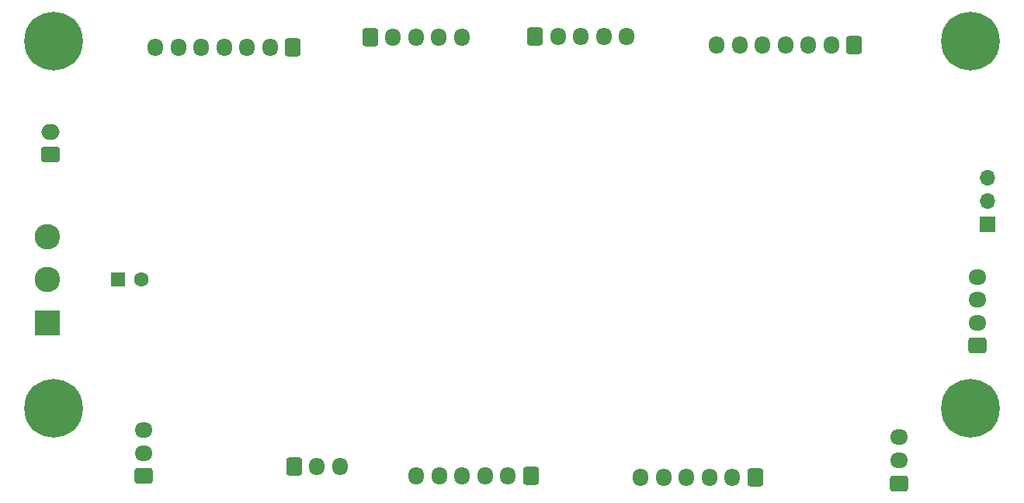
<source format=gbr>
%TF.GenerationSoftware,KiCad,Pcbnew,(6.0.7)*%
%TF.CreationDate,2022-10-27T14:16:22+02:00*%
%TF.ProjectId,Projet,50726f6a-6574-42e6-9b69-6361645f7063,1.0*%
%TF.SameCoordinates,Original*%
%TF.FileFunction,Soldermask,Bot*%
%TF.FilePolarity,Negative*%
%FSLAX46Y46*%
G04 Gerber Fmt 4.6, Leading zero omitted, Abs format (unit mm)*
G04 Created by KiCad (PCBNEW (6.0.7)) date 2022-10-27 14:16:22*
%MOMM*%
%LPD*%
G01*
G04 APERTURE LIST*
G04 Aperture macros list*
%AMRoundRect*
0 Rectangle with rounded corners*
0 $1 Rounding radius*
0 $2 $3 $4 $5 $6 $7 $8 $9 X,Y pos of 4 corners*
0 Add a 4 corners polygon primitive as box body*
4,1,4,$2,$3,$4,$5,$6,$7,$8,$9,$2,$3,0*
0 Add four circle primitives for the rounded corners*
1,1,$1+$1,$2,$3*
1,1,$1+$1,$4,$5*
1,1,$1+$1,$6,$7*
1,1,$1+$1,$8,$9*
0 Add four rect primitives between the rounded corners*
20,1,$1+$1,$2,$3,$4,$5,0*
20,1,$1+$1,$4,$5,$6,$7,0*
20,1,$1+$1,$6,$7,$8,$9,0*
20,1,$1+$1,$8,$9,$2,$3,0*%
G04 Aperture macros list end*
%ADD10O,1.950000X1.700000*%
%ADD11RoundRect,0.250000X0.725000X-0.600000X0.725000X0.600000X-0.725000X0.600000X-0.725000X-0.600000X0*%
%ADD12R,2.775000X2.775000*%
%ADD13C,2.775000*%
%ADD14RoundRect,0.250000X0.600000X0.725000X-0.600000X0.725000X-0.600000X-0.725000X0.600000X-0.725000X0*%
%ADD15O,1.700000X1.950000*%
%ADD16C,0.800000*%
%ADD17C,6.400000*%
%ADD18RoundRect,0.250000X-0.600000X-0.725000X0.600000X-0.725000X0.600000X0.725000X-0.600000X0.725000X0*%
%ADD19R,1.700000X1.700000*%
%ADD20O,1.700000X1.700000*%
%ADD21RoundRect,0.250000X0.750000X-0.600000X0.750000X0.600000X-0.750000X0.600000X-0.750000X-0.600000X0*%
%ADD22O,2.000000X1.700000*%
%ADD23C,1.600000*%
%ADD24R,1.600000X1.600000*%
G04 APERTURE END LIST*
D10*
%TO.C,J601*%
X200775000Y-125700000D03*
X200775000Y-128200000D03*
X200775000Y-130700000D03*
D11*
X200775000Y-133200000D03*
%TD*%
D12*
%TO.C,S501*%
X99300000Y-130700000D03*
D13*
X99300000Y-126000000D03*
X99300000Y-121300000D03*
%TD*%
D14*
%TO.C,J302*%
X176500000Y-147525000D03*
D15*
X174000000Y-147525000D03*
X171500000Y-147525000D03*
X169000000Y-147525000D03*
X166500000Y-147525000D03*
X164000000Y-147525000D03*
%TD*%
D14*
%TO.C,J301*%
X152050000Y-147425000D03*
D15*
X149550000Y-147425000D03*
X147050000Y-147425000D03*
X144550000Y-147425000D03*
X142050000Y-147425000D03*
X139550000Y-147425000D03*
%TD*%
D11*
%TO.C,J401*%
X192200000Y-148200000D03*
D10*
X192200000Y-145700000D03*
X192200000Y-143200000D03*
%TD*%
D16*
%TO.C,H103*%
X200000000Y-137600000D03*
X198302944Y-138302944D03*
X201697056Y-141697056D03*
D17*
X200000000Y-140000000D03*
D16*
X198302944Y-141697056D03*
X201697056Y-138302944D03*
X197600000Y-140000000D03*
X200000000Y-142400000D03*
X202400000Y-140000000D03*
%TD*%
D11*
%TO.C,J404*%
X109775000Y-147400000D03*
D10*
X109775000Y-144900000D03*
X109775000Y-142400000D03*
%TD*%
D18*
%TO.C,J303*%
X126200000Y-146400000D03*
D15*
X128700000Y-146400000D03*
X131200000Y-146400000D03*
%TD*%
D19*
%TO.C,J502*%
X201800000Y-119925000D03*
D20*
X201800000Y-117385000D03*
X201800000Y-114845000D03*
%TD*%
D16*
%TO.C,H104*%
X197600000Y-100000000D03*
X198302944Y-98302944D03*
X198302944Y-101697056D03*
X202400000Y-100000000D03*
X201697056Y-98302944D03*
X200000000Y-97600000D03*
D17*
X200000000Y-100000000D03*
D16*
X201697056Y-101697056D03*
X200000000Y-102400000D03*
%TD*%
D21*
%TO.C,J501*%
X99675000Y-112350000D03*
D22*
X99675000Y-109850000D03*
%TD*%
D16*
%TO.C,H102*%
X100000000Y-137600000D03*
X98302944Y-141697056D03*
X100000000Y-142400000D03*
X102400000Y-140000000D03*
X97600000Y-140000000D03*
X101697056Y-141697056D03*
X98302944Y-138302944D03*
D17*
X100000000Y-140000000D03*
D16*
X101697056Y-138302944D03*
%TD*%
D14*
%TO.C,J406*%
X126100000Y-100625000D03*
D15*
X123600000Y-100625000D03*
X121100000Y-100625000D03*
X118600000Y-100625000D03*
X116100000Y-100625000D03*
X113600000Y-100625000D03*
X111100000Y-100625000D03*
%TD*%
D14*
%TO.C,J405*%
X187300000Y-100425000D03*
D15*
X184800000Y-100425000D03*
X182300000Y-100425000D03*
X179800000Y-100425000D03*
X177300000Y-100425000D03*
X174800000Y-100425000D03*
X172300000Y-100425000D03*
%TD*%
D23*
%TO.C,C301*%
X109517621Y-126000000D03*
D24*
X107017621Y-126000000D03*
%TD*%
D18*
%TO.C,J403*%
X152500000Y-99500000D03*
D15*
X155000000Y-99500000D03*
X157500000Y-99500000D03*
X160000000Y-99500000D03*
X162500000Y-99500000D03*
%TD*%
D18*
%TO.C,J402*%
X134500000Y-99575000D03*
D15*
X137000000Y-99575000D03*
X139500000Y-99575000D03*
X142000000Y-99575000D03*
X144500000Y-99575000D03*
%TD*%
D16*
%TO.C,H101*%
X97600000Y-100000000D03*
X101697056Y-98302944D03*
X98302944Y-101697056D03*
X98302944Y-98302944D03*
X101697056Y-101697056D03*
D17*
X100000000Y-100000000D03*
D16*
X100000000Y-97600000D03*
X102400000Y-100000000D03*
X100000000Y-102400000D03*
%TD*%
M02*

</source>
